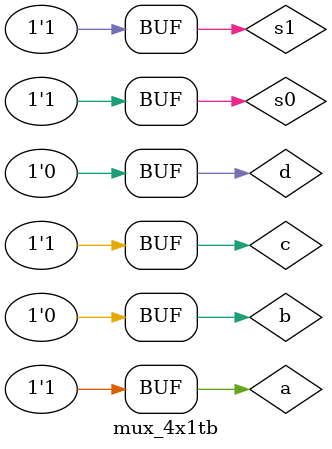
<source format=v>

module mux_4x1tb();
reg a,b,c,d,s0,s1;
wire y;
mux4x1_struct dut (.a(a),.b(b),.c(c),.d(d),.y(y),.s0(s0),.s1(s1));
initial begin 
a=1;
b=0;
c=1;
d=0;
s0=1'b0;
s1=1'b0;
#20
s0=1'b0;
s1=1'b1;
#20
s0=1'b1;
s1=1'b0;
#20
s0=1'b1;
s1=1'b1;
#20;
end
endmodule


</source>
